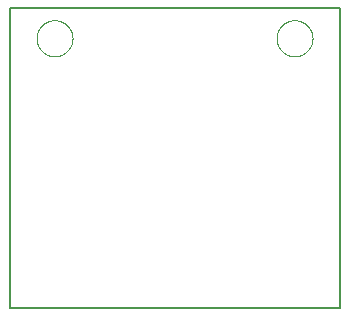
<source format=gko>
G75*
%MOIN*%
%OFA0B0*%
%FSLAX25Y25*%
%IPPOS*%
%LPD*%
%AMOC8*
5,1,8,0,0,1.08239X$1,22.5*
%
%ADD10C,0.00800*%
%ADD11C,0.00000*%
D10*
X0116333Y0063000D02*
X0226333Y0063000D01*
X0226333Y0163000D01*
X0116333Y0163000D01*
X0116333Y0063000D01*
D11*
X0125333Y0153000D02*
X0125335Y0153154D01*
X0125341Y0153309D01*
X0125351Y0153463D01*
X0125365Y0153617D01*
X0125383Y0153770D01*
X0125404Y0153923D01*
X0125430Y0154076D01*
X0125460Y0154227D01*
X0125493Y0154378D01*
X0125531Y0154528D01*
X0125572Y0154677D01*
X0125617Y0154825D01*
X0125666Y0154971D01*
X0125719Y0155117D01*
X0125775Y0155260D01*
X0125835Y0155403D01*
X0125899Y0155543D01*
X0125966Y0155683D01*
X0126037Y0155820D01*
X0126111Y0155955D01*
X0126189Y0156089D01*
X0126270Y0156220D01*
X0126355Y0156349D01*
X0126443Y0156477D01*
X0126534Y0156601D01*
X0126628Y0156724D01*
X0126726Y0156844D01*
X0126826Y0156961D01*
X0126930Y0157076D01*
X0127036Y0157188D01*
X0127145Y0157297D01*
X0127257Y0157403D01*
X0127372Y0157507D01*
X0127489Y0157607D01*
X0127609Y0157705D01*
X0127732Y0157799D01*
X0127856Y0157890D01*
X0127984Y0157978D01*
X0128113Y0158063D01*
X0128244Y0158144D01*
X0128378Y0158222D01*
X0128513Y0158296D01*
X0128650Y0158367D01*
X0128790Y0158434D01*
X0128930Y0158498D01*
X0129073Y0158558D01*
X0129216Y0158614D01*
X0129362Y0158667D01*
X0129508Y0158716D01*
X0129656Y0158761D01*
X0129805Y0158802D01*
X0129955Y0158840D01*
X0130106Y0158873D01*
X0130257Y0158903D01*
X0130410Y0158929D01*
X0130563Y0158950D01*
X0130716Y0158968D01*
X0130870Y0158982D01*
X0131024Y0158992D01*
X0131179Y0158998D01*
X0131333Y0159000D01*
X0131487Y0158998D01*
X0131642Y0158992D01*
X0131796Y0158982D01*
X0131950Y0158968D01*
X0132103Y0158950D01*
X0132256Y0158929D01*
X0132409Y0158903D01*
X0132560Y0158873D01*
X0132711Y0158840D01*
X0132861Y0158802D01*
X0133010Y0158761D01*
X0133158Y0158716D01*
X0133304Y0158667D01*
X0133450Y0158614D01*
X0133593Y0158558D01*
X0133736Y0158498D01*
X0133876Y0158434D01*
X0134016Y0158367D01*
X0134153Y0158296D01*
X0134288Y0158222D01*
X0134422Y0158144D01*
X0134553Y0158063D01*
X0134682Y0157978D01*
X0134810Y0157890D01*
X0134934Y0157799D01*
X0135057Y0157705D01*
X0135177Y0157607D01*
X0135294Y0157507D01*
X0135409Y0157403D01*
X0135521Y0157297D01*
X0135630Y0157188D01*
X0135736Y0157076D01*
X0135840Y0156961D01*
X0135940Y0156844D01*
X0136038Y0156724D01*
X0136132Y0156601D01*
X0136223Y0156477D01*
X0136311Y0156349D01*
X0136396Y0156220D01*
X0136477Y0156089D01*
X0136555Y0155955D01*
X0136629Y0155820D01*
X0136700Y0155683D01*
X0136767Y0155543D01*
X0136831Y0155403D01*
X0136891Y0155260D01*
X0136947Y0155117D01*
X0137000Y0154971D01*
X0137049Y0154825D01*
X0137094Y0154677D01*
X0137135Y0154528D01*
X0137173Y0154378D01*
X0137206Y0154227D01*
X0137236Y0154076D01*
X0137262Y0153923D01*
X0137283Y0153770D01*
X0137301Y0153617D01*
X0137315Y0153463D01*
X0137325Y0153309D01*
X0137331Y0153154D01*
X0137333Y0153000D01*
X0137331Y0152846D01*
X0137325Y0152691D01*
X0137315Y0152537D01*
X0137301Y0152383D01*
X0137283Y0152230D01*
X0137262Y0152077D01*
X0137236Y0151924D01*
X0137206Y0151773D01*
X0137173Y0151622D01*
X0137135Y0151472D01*
X0137094Y0151323D01*
X0137049Y0151175D01*
X0137000Y0151029D01*
X0136947Y0150883D01*
X0136891Y0150740D01*
X0136831Y0150597D01*
X0136767Y0150457D01*
X0136700Y0150317D01*
X0136629Y0150180D01*
X0136555Y0150045D01*
X0136477Y0149911D01*
X0136396Y0149780D01*
X0136311Y0149651D01*
X0136223Y0149523D01*
X0136132Y0149399D01*
X0136038Y0149276D01*
X0135940Y0149156D01*
X0135840Y0149039D01*
X0135736Y0148924D01*
X0135630Y0148812D01*
X0135521Y0148703D01*
X0135409Y0148597D01*
X0135294Y0148493D01*
X0135177Y0148393D01*
X0135057Y0148295D01*
X0134934Y0148201D01*
X0134810Y0148110D01*
X0134682Y0148022D01*
X0134553Y0147937D01*
X0134422Y0147856D01*
X0134288Y0147778D01*
X0134153Y0147704D01*
X0134016Y0147633D01*
X0133876Y0147566D01*
X0133736Y0147502D01*
X0133593Y0147442D01*
X0133450Y0147386D01*
X0133304Y0147333D01*
X0133158Y0147284D01*
X0133010Y0147239D01*
X0132861Y0147198D01*
X0132711Y0147160D01*
X0132560Y0147127D01*
X0132409Y0147097D01*
X0132256Y0147071D01*
X0132103Y0147050D01*
X0131950Y0147032D01*
X0131796Y0147018D01*
X0131642Y0147008D01*
X0131487Y0147002D01*
X0131333Y0147000D01*
X0131179Y0147002D01*
X0131024Y0147008D01*
X0130870Y0147018D01*
X0130716Y0147032D01*
X0130563Y0147050D01*
X0130410Y0147071D01*
X0130257Y0147097D01*
X0130106Y0147127D01*
X0129955Y0147160D01*
X0129805Y0147198D01*
X0129656Y0147239D01*
X0129508Y0147284D01*
X0129362Y0147333D01*
X0129216Y0147386D01*
X0129073Y0147442D01*
X0128930Y0147502D01*
X0128790Y0147566D01*
X0128650Y0147633D01*
X0128513Y0147704D01*
X0128378Y0147778D01*
X0128244Y0147856D01*
X0128113Y0147937D01*
X0127984Y0148022D01*
X0127856Y0148110D01*
X0127732Y0148201D01*
X0127609Y0148295D01*
X0127489Y0148393D01*
X0127372Y0148493D01*
X0127257Y0148597D01*
X0127145Y0148703D01*
X0127036Y0148812D01*
X0126930Y0148924D01*
X0126826Y0149039D01*
X0126726Y0149156D01*
X0126628Y0149276D01*
X0126534Y0149399D01*
X0126443Y0149523D01*
X0126355Y0149651D01*
X0126270Y0149780D01*
X0126189Y0149911D01*
X0126111Y0150045D01*
X0126037Y0150180D01*
X0125966Y0150317D01*
X0125899Y0150457D01*
X0125835Y0150597D01*
X0125775Y0150740D01*
X0125719Y0150883D01*
X0125666Y0151029D01*
X0125617Y0151175D01*
X0125572Y0151323D01*
X0125531Y0151472D01*
X0125493Y0151622D01*
X0125460Y0151773D01*
X0125430Y0151924D01*
X0125404Y0152077D01*
X0125383Y0152230D01*
X0125365Y0152383D01*
X0125351Y0152537D01*
X0125341Y0152691D01*
X0125335Y0152846D01*
X0125333Y0153000D01*
X0205333Y0153000D02*
X0205335Y0153154D01*
X0205341Y0153309D01*
X0205351Y0153463D01*
X0205365Y0153617D01*
X0205383Y0153770D01*
X0205404Y0153923D01*
X0205430Y0154076D01*
X0205460Y0154227D01*
X0205493Y0154378D01*
X0205531Y0154528D01*
X0205572Y0154677D01*
X0205617Y0154825D01*
X0205666Y0154971D01*
X0205719Y0155117D01*
X0205775Y0155260D01*
X0205835Y0155403D01*
X0205899Y0155543D01*
X0205966Y0155683D01*
X0206037Y0155820D01*
X0206111Y0155955D01*
X0206189Y0156089D01*
X0206270Y0156220D01*
X0206355Y0156349D01*
X0206443Y0156477D01*
X0206534Y0156601D01*
X0206628Y0156724D01*
X0206726Y0156844D01*
X0206826Y0156961D01*
X0206930Y0157076D01*
X0207036Y0157188D01*
X0207145Y0157297D01*
X0207257Y0157403D01*
X0207372Y0157507D01*
X0207489Y0157607D01*
X0207609Y0157705D01*
X0207732Y0157799D01*
X0207856Y0157890D01*
X0207984Y0157978D01*
X0208113Y0158063D01*
X0208244Y0158144D01*
X0208378Y0158222D01*
X0208513Y0158296D01*
X0208650Y0158367D01*
X0208790Y0158434D01*
X0208930Y0158498D01*
X0209073Y0158558D01*
X0209216Y0158614D01*
X0209362Y0158667D01*
X0209508Y0158716D01*
X0209656Y0158761D01*
X0209805Y0158802D01*
X0209955Y0158840D01*
X0210106Y0158873D01*
X0210257Y0158903D01*
X0210410Y0158929D01*
X0210563Y0158950D01*
X0210716Y0158968D01*
X0210870Y0158982D01*
X0211024Y0158992D01*
X0211179Y0158998D01*
X0211333Y0159000D01*
X0211487Y0158998D01*
X0211642Y0158992D01*
X0211796Y0158982D01*
X0211950Y0158968D01*
X0212103Y0158950D01*
X0212256Y0158929D01*
X0212409Y0158903D01*
X0212560Y0158873D01*
X0212711Y0158840D01*
X0212861Y0158802D01*
X0213010Y0158761D01*
X0213158Y0158716D01*
X0213304Y0158667D01*
X0213450Y0158614D01*
X0213593Y0158558D01*
X0213736Y0158498D01*
X0213876Y0158434D01*
X0214016Y0158367D01*
X0214153Y0158296D01*
X0214288Y0158222D01*
X0214422Y0158144D01*
X0214553Y0158063D01*
X0214682Y0157978D01*
X0214810Y0157890D01*
X0214934Y0157799D01*
X0215057Y0157705D01*
X0215177Y0157607D01*
X0215294Y0157507D01*
X0215409Y0157403D01*
X0215521Y0157297D01*
X0215630Y0157188D01*
X0215736Y0157076D01*
X0215840Y0156961D01*
X0215940Y0156844D01*
X0216038Y0156724D01*
X0216132Y0156601D01*
X0216223Y0156477D01*
X0216311Y0156349D01*
X0216396Y0156220D01*
X0216477Y0156089D01*
X0216555Y0155955D01*
X0216629Y0155820D01*
X0216700Y0155683D01*
X0216767Y0155543D01*
X0216831Y0155403D01*
X0216891Y0155260D01*
X0216947Y0155117D01*
X0217000Y0154971D01*
X0217049Y0154825D01*
X0217094Y0154677D01*
X0217135Y0154528D01*
X0217173Y0154378D01*
X0217206Y0154227D01*
X0217236Y0154076D01*
X0217262Y0153923D01*
X0217283Y0153770D01*
X0217301Y0153617D01*
X0217315Y0153463D01*
X0217325Y0153309D01*
X0217331Y0153154D01*
X0217333Y0153000D01*
X0217331Y0152846D01*
X0217325Y0152691D01*
X0217315Y0152537D01*
X0217301Y0152383D01*
X0217283Y0152230D01*
X0217262Y0152077D01*
X0217236Y0151924D01*
X0217206Y0151773D01*
X0217173Y0151622D01*
X0217135Y0151472D01*
X0217094Y0151323D01*
X0217049Y0151175D01*
X0217000Y0151029D01*
X0216947Y0150883D01*
X0216891Y0150740D01*
X0216831Y0150597D01*
X0216767Y0150457D01*
X0216700Y0150317D01*
X0216629Y0150180D01*
X0216555Y0150045D01*
X0216477Y0149911D01*
X0216396Y0149780D01*
X0216311Y0149651D01*
X0216223Y0149523D01*
X0216132Y0149399D01*
X0216038Y0149276D01*
X0215940Y0149156D01*
X0215840Y0149039D01*
X0215736Y0148924D01*
X0215630Y0148812D01*
X0215521Y0148703D01*
X0215409Y0148597D01*
X0215294Y0148493D01*
X0215177Y0148393D01*
X0215057Y0148295D01*
X0214934Y0148201D01*
X0214810Y0148110D01*
X0214682Y0148022D01*
X0214553Y0147937D01*
X0214422Y0147856D01*
X0214288Y0147778D01*
X0214153Y0147704D01*
X0214016Y0147633D01*
X0213876Y0147566D01*
X0213736Y0147502D01*
X0213593Y0147442D01*
X0213450Y0147386D01*
X0213304Y0147333D01*
X0213158Y0147284D01*
X0213010Y0147239D01*
X0212861Y0147198D01*
X0212711Y0147160D01*
X0212560Y0147127D01*
X0212409Y0147097D01*
X0212256Y0147071D01*
X0212103Y0147050D01*
X0211950Y0147032D01*
X0211796Y0147018D01*
X0211642Y0147008D01*
X0211487Y0147002D01*
X0211333Y0147000D01*
X0211179Y0147002D01*
X0211024Y0147008D01*
X0210870Y0147018D01*
X0210716Y0147032D01*
X0210563Y0147050D01*
X0210410Y0147071D01*
X0210257Y0147097D01*
X0210106Y0147127D01*
X0209955Y0147160D01*
X0209805Y0147198D01*
X0209656Y0147239D01*
X0209508Y0147284D01*
X0209362Y0147333D01*
X0209216Y0147386D01*
X0209073Y0147442D01*
X0208930Y0147502D01*
X0208790Y0147566D01*
X0208650Y0147633D01*
X0208513Y0147704D01*
X0208378Y0147778D01*
X0208244Y0147856D01*
X0208113Y0147937D01*
X0207984Y0148022D01*
X0207856Y0148110D01*
X0207732Y0148201D01*
X0207609Y0148295D01*
X0207489Y0148393D01*
X0207372Y0148493D01*
X0207257Y0148597D01*
X0207145Y0148703D01*
X0207036Y0148812D01*
X0206930Y0148924D01*
X0206826Y0149039D01*
X0206726Y0149156D01*
X0206628Y0149276D01*
X0206534Y0149399D01*
X0206443Y0149523D01*
X0206355Y0149651D01*
X0206270Y0149780D01*
X0206189Y0149911D01*
X0206111Y0150045D01*
X0206037Y0150180D01*
X0205966Y0150317D01*
X0205899Y0150457D01*
X0205835Y0150597D01*
X0205775Y0150740D01*
X0205719Y0150883D01*
X0205666Y0151029D01*
X0205617Y0151175D01*
X0205572Y0151323D01*
X0205531Y0151472D01*
X0205493Y0151622D01*
X0205460Y0151773D01*
X0205430Y0151924D01*
X0205404Y0152077D01*
X0205383Y0152230D01*
X0205365Y0152383D01*
X0205351Y0152537D01*
X0205341Y0152691D01*
X0205335Y0152846D01*
X0205333Y0153000D01*
M02*

</source>
